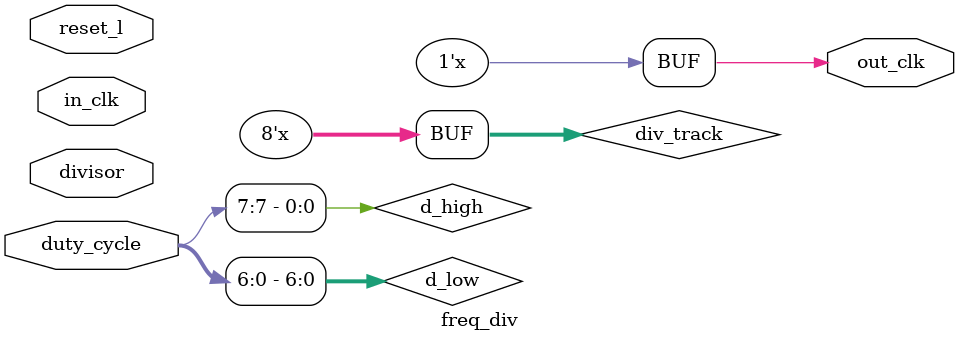
<source format=v>
module freq_div
	#(parameter divisor_width = 8,
	parameter duty_cycle_width = divisor_width)
	(output reg out_clk,
	input [divisor_width-1:0] divisor,
	input [duty_cycle_width-1:0] duty_cycle,
	input reset_l, in_clk);
	reg [divisor_width-1:0] div_track;
	always @(in_clk) begin
		div_track <= div_track + 1;
	end
	reg [divisor_width:0] ct;
	wire d_high = duty_cycle[duty_cycle_width - 1];
	wire [duty_cycle_width - 2:0] d_low  = duty_cycle[duty_cycle_width-2:0];
	always @(div_track) begin
		if (out_clk)
			if (d_high)
				ct = divisor + d_low;
			else
				ct = divisor - d_low;
		else
			if (d_high)
				ct = divisor - d_low;
			else
				ct = divisor + d_low;
		if (div_track >= ct) begin
			out_clk <= ~out_clk;
			div_track <= 0;
		end
	end
	always @(reset_l) begin
		if (reset_l == 0) begin
			out_clk <= 0;
			div_track <= 0;
		end
	end
endmodule
</source>
